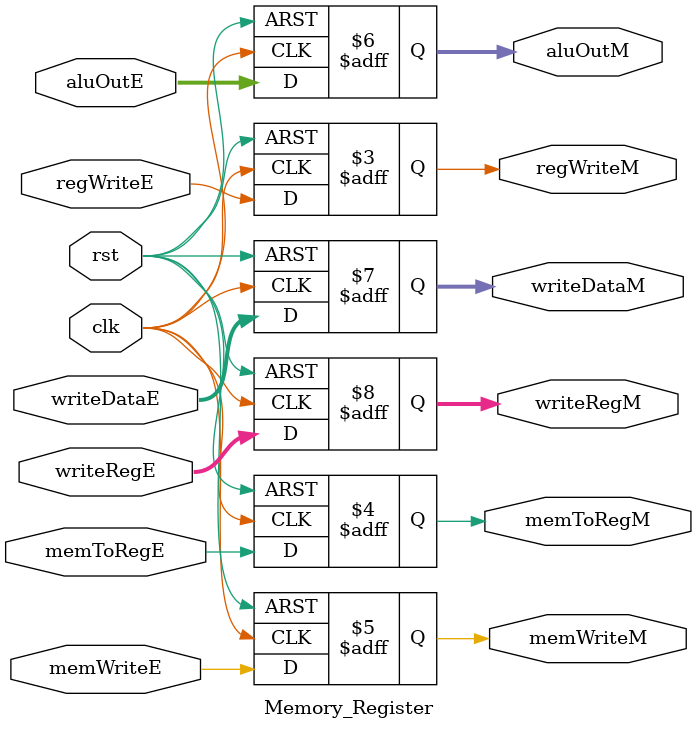
<source format=v>
module Memory_Register (
    input     wire             regWriteE, memToRegE, memWriteE,
    input     wire   [31:0]    aluOutE, writeDataE,
    input     wire   [4:0]     writeRegE,
    input     wire             clk, rst,
    output    reg              regWriteM, memToRegM, memWriteM,
    output    reg    [31:0]    aluOutM, writeDataM,
    output    reg    [4:0]     writeRegM
);

always @(posedge clk or negedge rst)
    begin
        if (!rst)
            begin
                regWriteM    <=    1'b0; 
                memToRegM    <=    1'b0;
                memWriteM    <=    1'b0;
                aluOutM      <=    32'b0; 
                writeDataM   <=    32'b0;
                writeRegM    <=    5'b0;
            end
        else
            begin
                regWriteM    <=   regWriteE; 
                memToRegM    <=   memToRegE;
                memWriteM    <=   memWriteE;
                aluOutM      <=   aluOutE; 
                writeDataM   <=   writeDataE;
                writeRegM    <=   writeRegE;
            end
    end
endmodule 
</source>
